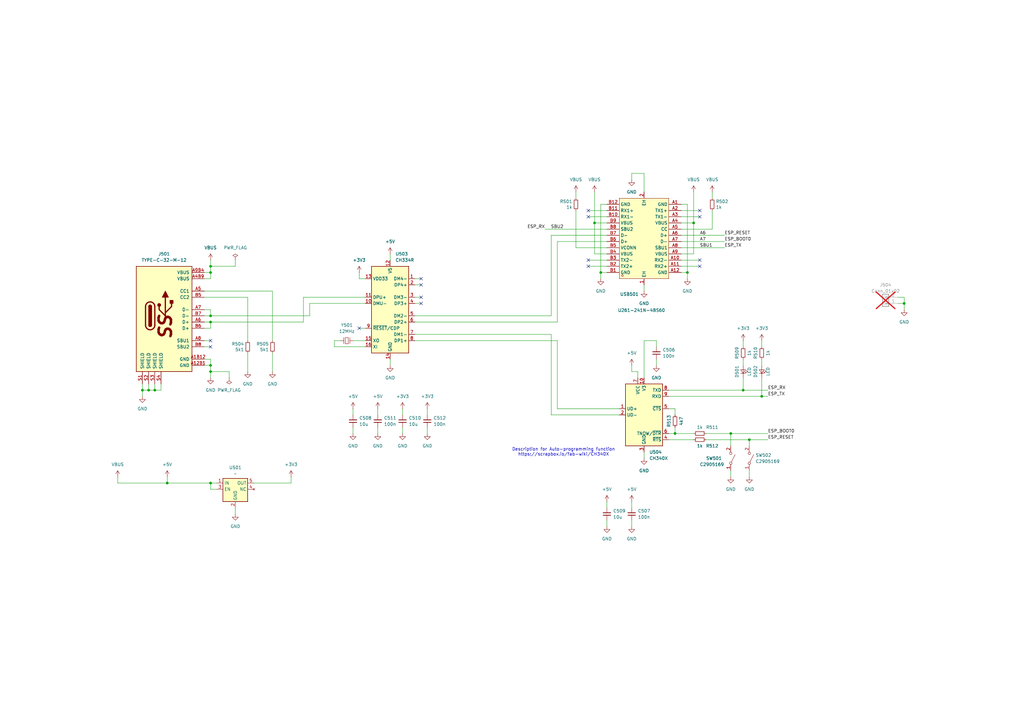
<source format=kicad_sch>
(kicad_sch (version 20250114) (generator "eeschema") (generator_version "9.0")
  (paper "A3")
  (lib_symbols
    (symbol "Connector_Generic:Conn_01x02" (pin_names (offset 1.016) (hide yes))
      (property "Reference" "J" (at 0 2.54 0))
      (property "Value" "Conn_01x02" (at 0 -5.08 0))
      (symbol "Conn_01x02_1_1"
        (rectangle (start -1.27 1.27) (end 1.27 -3.81) (stroke (width 0.254)) (fill (type background)))
        (rectangle (start -1.27 0.127) (end 0 -0.127) (stroke (width 0.1524)))
        (rectangle (start -1.27 -2.413) (end 0 -2.667) (stroke (width 0.1524)))
        (pin passive line (at -5.08 0 0) (length 3.81) (name "Pin_1") (number "1"))
        (pin passive line (at -5.08 -2.54 0) (length 3.81) (name "Pin_2") (number "2"))
      )
    )
    (symbol "Interface_USB:CH334R"
      (property "Reference" "U" (at -7.62 20.32 0))
      (property "Value" "CH334R" (at 2.54 20.32 0))
      (symbol "CH334R_0_1"
        (rectangle (start -7.62 17.78) (end 7.62 -17.78) (stroke (width 0.254)) (fill (type background)))
      )
      (symbol "CH334R_1_1"
        (pin passive line (at -10.16 12.7 0) (length 2.54) (name "VDD33") (number "13"))
        (pin bidirectional line (at -10.16 5.08 0) (length 2.54) (name "DPU+") (number "11"))
        (pin bidirectional line (at -10.16 2.54 0) (length 2.54) (name "DMU-") (number "10"))
        (pin input line (at -10.16 -7.62 0) (length 2.54) (name "~{RESET}/CDP") (number "9"))
        (pin passive line (at -10.16 -12.7 0) (length 2.54) (name "XO") (number "15"))
        (pin passive line (at -10.16 -15.24 0) (length 2.54) (name "XI") (number "16"))
        (pin power_in line (at 0 20.32 270) (length 2.54) (name "V5") (number "12"))
        (pin power_in line (at 0 -20.32 90) (length 2.54) (name "GND") (number "14"))
        (pin bidirectional line (at 10.16 12.7 180) (length 2.54) (name "DM4-") (number "1"))
        (pin bidirectional line (at 10.16 10.16 180) (length 2.54) (name "DP4+") (number "2"))
        (pin bidirectional line (at 10.16 5.08 180) (length 2.54) (name "DM3-") (number "3"))
        (pin bidirectional line (at 10.16 2.54 180) (length 2.54) (name "DP3+") (number "4"))
        (pin bidirectional line (at 10.16 -2.54 180) (length 2.54) (name "DM2-") (number "5"))
        (pin bidirectional line (at 10.16 -5.08 180) (length 2.54) (name "DP2+") (number "6"))
        (pin bidirectional line (at 10.16 -10.16 180) (length 2.54) (name "DM1-") (number "7"))
        (pin bidirectional line (at 10.16 -12.7 180) (length 2.54) (name "DP1+") (number "8"))
      )
    )
    (symbol "Interface_USB:CH340X"
      (property "Reference" "U" (at -5.08 13.97 0))
      (property "Value" "CH340X" (at 1.27 13.97 0))
      (symbol "CH340X_0_1"
        (rectangle (start -7.62 12.7) (end 7.62 -12.7) (stroke (width 0.254)) (fill (type background)))
      )
      (symbol "CH340X_1_1"
        (pin bidirectional line (at -10.16 2.54 0) (length 2.54) (name "UD+") (number "1"))
        (pin bidirectional line (at -10.16 0 0) (length 2.54) (name "UD-") (number "2"))
        (pin power_in line (at -2.54 15.24 270) (length 2.54) (name "VCC") (number "7"))
        (pin power_out line (at 0 15.24 270) (length 2.54) (name "V3") (number "10"))
        (pin power_in line (at 0 -15.24 90) (length 2.54) (name "GND") (number "3"))
        (pin output line (at 10.16 10.16 180) (length 2.54) (name "TXD") (number "8"))
        (pin input line (at 10.16 7.62 180) (length 2.54) (name "RXD") (number "9"))
        (pin input line (at 10.16 2.54 180) (length 2.54) (name "~{CTS}") (number "5"))
        (pin output line (at 10.16 -7.62 180) (length 2.54) (name "TNOW/~{DTR}") (number "6"))
        (pin output line (at 10.16 -10.16 180) (length 2.54) (name "~{RTS}") (number "4"))
      )
    )
    (symbol "RES_1" (pin_numbers (hide yes)) (pin_names (offset 0.254) (hide yes))
      (property "Reference" "R" (at 0.762 0.508 0))
      (property "Value" "RES" (at 0.762 -1.016 0))
      (symbol "RES_1_1_1"
        (rectangle (start -0.762 1.778) (end 0.762 -1.778) (stroke (width 0.2032)))
        (pin passive line (at 0 2.54 270) (length 0.762) (name "~") (number "1"))
        (pin passive line (at 0 -2.54 90) (length 0.762) (name "~") (number "2"))
      )
    )
    (symbol "Switch:SW_SPST" (pin_names (offset 0) (hide yes))
      (property "Reference" "SW" (at 0 3.175 0))
      (property "Value" "SW_SPST" (at 0 -2.54 0))
      (symbol "SW_SPST_0_0"
        (circle (center -2.032 0) (radius 0.508))
        (polyline (pts (xy -1.524 0.254) (xy 1.524 1.778)))
        (circle (center 2.032 0) (radius 0.508))
      )
      (symbol "SW_SPST_1_1"
        (pin passive line (at -5.08 0 0) (length 2.54) (name "A") (number "1"))
        (pin passive line (at 5.08 0 180) (length 2.54) (name "B") (number "2"))
      )
    )
    (symbol "power:+3V3" (power) (pin_numbers (hide yes)) (pin_names (offset 0) (hide yes))
      (property "Value" "+3V3" (at 0 3.556 0))
      (symbol "+3V3_0_1"
        (polyline (pts (xy -0.762 1.27) (xy 0 2.54)))
        (polyline (pts (xy 0 2.54) (xy 0.762 1.27)))
        (polyline (pts (xy 0 0) (xy 0 2.54)))
      )
      (symbol "+3V3_1_1"
        (pin power_in line (at 0 0 90) (length 0) (name "~") (number "1"))
      )
    )
    (symbol "power:+5V" (power) (pin_numbers (hide yes)) (pin_names (offset 0) (hide yes))
      (property "Value" "+5V" (at 0 3.556 0))
      (symbol "+5V_0_1"
        (polyline (pts (xy -0.762 1.27) (xy 0 2.54)))
        (polyline (pts (xy 0 2.54) (xy 0.762 1.27)))
        (polyline (pts (xy 0 0) (xy 0 2.54)))
      )
      (symbol "+5V_1_1"
        (pin power_in line (at 0 0 90) (length 0) (name "~") (number "1"))
      )
    )
    (symbol "power:GND" (power) (pin_names (offset 0))
      (property "Value" "GND" (at 0 -3.81 0))
      (symbol "GND_0_1"
        (polyline (pts (xy 0 0) (xy 0 -1.27) (xy 1.27 -1.27) (xy 0 -2.54) (xy -1.27 -1.27) (xy 0 -1.27)))
      )
      (symbol "GND_1_1"
        (pin power_in line (at 0 0 270) (length 0) (hide yes) (name "GND") (number "1"))
      )
    )
    (symbol "power:PWR_FLAG" (power) (pin_numbers (hide yes)) (pin_names (offset 0) (hide yes))
      (property "Value" "PWR_FLAG" (at 0 3.81 0))
      (symbol "PWR_FLAG_0_0"
        (pin power_out line (at 0 0 90) (length 0) (name "pwr") (number "1"))
      )
      (symbol "PWR_FLAG_0_1"
        (polyline (pts (xy 0 0) (xy 0 1.27) (xy -1.016 1.905) (xy 0 2.54) (xy 1.016 1.905) (xy 0 1.27)))
      )
    )
    (symbol "power:VBUS" (power) (pin_names (offset 0))
      (property "Value" "VBUS" (at 0 3.81 0))
      (symbol "VBUS_0_1"
        (polyline (pts (xy -0.762 1.27) (xy 0 2.54)))
        (polyline (pts (xy 0 2.54) (xy 0.762 1.27)))
        (polyline (pts (xy 0 0) (xy 0 2.54)))
      )
      (symbol "VBUS_1_1"
        (pin power_in line (at 0 0 90) (length 0) (hide yes) (name "VBUS") (number "1"))
      )
    )
    (symbol "suku_basics:CAP" (pin_numbers (hide yes)) (pin_names (offset 0.254) (hide yes))
      (property "Reference" "C" (at 0.254 1.778 0))
      (property "Value" "CAP" (at 0.254 -2.032 0))
      (symbol "CAP_0_1"
        (polyline (pts (xy -1.524 0.508) (xy 1.524 0.508)) (stroke (width 0.3048)))
        (polyline (pts (xy -1.524 -0.508) (xy 1.524 -0.508)) (stroke (width 0.3302)))
      )
      (symbol "CAP_1_1"
        (pin passive line (at 0 2.54 270) (length 2.032) (name "~") (number "1"))
        (pin passive line (at 0 -2.54 90) (length 2.032) (name "~") (number "2"))
      )
    )
    (symbol "suku_basics:LED" (pin_numbers (hide yes)) (pin_names (offset 0.254) (hide yes))
      (property "Reference" "D" (at -1.27 3.175 0))
      (property "Value" "LED" (at -4.445 -2.54 0))
      (symbol "LED_0_1"
        (polyline (pts (xy -0.762 -1.016) (xy -0.762 1.016)))
        (polyline (pts (xy 0 0.762) (xy -0.508 1.27) (xy -0.254 1.27) (xy -0.508 1.27) (xy -0.508 1.016)))
        (polyline (pts (xy 0.508 1.27) (xy 0 1.778) (xy 0.254 1.778) (xy 0 1.778) (xy 0 1.524)))
        (polyline (pts (xy 0.762 -1.016) (xy -0.762 0) (xy 0.762 1.016) (xy 0.762 -1.016)))
        (polyline (pts (xy 1.016 0) (xy -0.762 0)))
      )
      (symbol "LED_1_1"
        (pin passive line (at -2.54 0 0) (length 1.778) (name "K") (number "1"))
        (pin passive line (at 2.54 0 180) (length 1.778) (name "A") (number "2"))
      )
    )
    (symbol "suku_basics:RES" (pin_numbers (hide yes)) (pin_names (offset 0.254) (hide yes))
      (property "Reference" "R" (at 0.762 0.508 0))
      (symbol "RES_1_1"
        (rectangle (start -0.762 1.778) (end 0.762 -1.778) (stroke (width 0.2032)))
        (pin passive line (at 0 2.54 270) (length 0.762) (name "~") (number "1"))
        (pin passive line (at 0 -2.54 90) (length 0.762) (name "~") (number "2"))
      )
    )
    (symbol "suku_basics:U261-241N-4BS60"
      (property "Reference" "USB" (at 0 24.13 0))
      (property "Value" "U261-241N-4BS60" (at -1.27 -25.4 0))
      (symbol "U261-241N-4BS60_0_1"
        (rectangle (start -10.16 15.24) (end 10.16 -17.78) (fill (type background)))
        (circle (center 8.89 13.97) (radius 0.38))
        (pin unspecified line (at -15.24 12.7 0) (length 5.08) (name "GND") (number "A12"))
        (pin unspecified line (at -15.24 5.08 0) (length 5.08) (name "VBUS") (number "A9"))
        (pin unspecified line (at -15.24 2.54 0) (length 5.08) (name "SBU1") (number "A8"))
        (pin unspecified line (at -15.24 0 0) (length 5.08) (name "D-") (number "A7"))
        (pin unspecified line (at -15.24 -2.54 0) (length 5.08) (name "D+") (number "A6"))
        (pin unspecified line (at -15.24 -5.08 0) (length 5.08) (name "CC") (number "A5"))
        (pin unspecified line (at -15.24 -7.62 0) (length 5.08) (name "VBUS") (number "A4"))
        (pin unspecified line (at -15.24 -15.24 0) (length 5.08) (name "GND") (number "A1"))
        (pin unspecified line (at 0 17.78 270) (length 2.54) (name "EH") (number "1"))
        (pin unspecified line (at 0 -20.32 90) (length 2.54) (name "EH") (number "2"))
        (pin unspecified line (at 15.24 12.7 180) (length 5.08) (name "GND") (number "B1"))
        (pin unspecified line (at 15.24 5.08 180) (length 5.08) (name "VBUS") (number "B4"))
        (pin unspecified line (at 15.24 2.54 180) (length 5.08) (name "VCONN") (number "B5"))
        (pin unspecified line (at 15.24 0 180) (length 5.08) (name "D+") (number "B6"))
        (pin unspecified line (at 15.24 -2.54 180) (length 5.08) (name "D-") (number "B7"))
        (pin unspecified line (at 15.24 -5.08 180) (length 5.08) (name "SBU2") (number "B8"))
        (pin unspecified line (at 15.24 -7.62 180) (length 5.08) (name "VBUS") (number "B9"))
        (pin unspecified line (at 15.24 -15.24 180) (length 5.08) (name "GND") (number "B12"))
      )
      (symbol "U261-241N-4BS60_1_1"
        (pin unspecified line (at -15.24 10.16 0) (length 5.08) (name "RX2+") (number "A11"))
        (pin unspecified line (at -15.24 7.62 0) (length 5.08) (name "RX2-") (number "A10"))
        (pin unspecified line (at -15.24 -10.16 0) (length 5.08) (name "TX1-") (number "A3"))
        (pin unspecified line (at -15.24 -12.7 0) (length 5.08) (name "TX1+") (number "A2"))
        (pin unspecified line (at 15.24 10.16 180) (length 5.08) (name "TX2+") (number "B2"))
        (pin unspecified line (at 15.24 7.62 180) (length 5.08) (name "TX2-") (number "B3"))
        (pin unspecified line (at 15.24 -10.16 180) (length 5.08) (name "RX1-") (number "B10"))
        (pin unspecified line (at 15.24 -12.7 180) (length 5.08) (name "RX1+") (number "B11"))
      )
    )
    (symbol "suku_basics:USB_C_TYPE-C-32-M-12" (pin_names (offset 1.016))
      (property "Reference" "J" (at -10.16 44.45 0))
      (property "Value" "TYPE-C-32-M-12" (at 10.16 44.45 0))
      (symbol "USB_C_TYPE-C-32-M-12_0_0"
        (text "SS" (at -0.762 -4.445 900) (effects (font (size 5.08 5.08) (bold yes) (italic yes))))
      )
      (symbol "USB_C_TYPE-C-32-M-12_0_1"
        (rectangle (start -12.7 20.32) (end 10.16 -22.86) (stroke (width 0.254)) (fill (type background)))
        (polyline (pts (xy -8.89 -3.81) (xy -8.89 3.81)) (stroke (width 0.508)))
        (rectangle (start -7.62 -3.81) (end -6.35 3.81) (stroke (width 0.254)) (fill (type outline)))
        (arc (start -7.62 3.81) (mid -6.985 4.4423) (end -6.35 3.81) (stroke (width 0.254)))
        (arc (start -7.62 3.81) (mid -6.985 4.4423) (end -6.35 3.81) (stroke (width 0.254)) (fill (type outline)))
        (arc (start -8.89 3.81) (mid -6.985 5.7067) (end -5.08 3.81) (stroke (width 0.508)))
        (arc (start -5.08 -3.81) (mid -6.985 -5.7067) (end -8.89 -3.81) (stroke (width 0.508)))
        (arc (start -6.35 -3.81) (mid -6.985 -4.4423) (end -7.62 -3.81) (stroke (width 0.254)))
        (arc (start -6.35 -3.81) (mid -6.985 -4.4423) (end -7.62 -3.81) (stroke (width 0.254)) (fill (type outline)))
        (polyline (pts (xy -5.08 3.81) (xy -5.08 -3.81)) (stroke (width 0.508)))
        (circle (center -3.302 4.445) (radius 0.635) (stroke (width 0.254)) (fill (type outline)))
        (polyline (pts (xy -2.032 7.62) (xy -0.762 10.16) (xy 0.508 7.62) (xy -2.032 7.62)) (stroke (width 0.254)) (fill (type outline)))
        (polyline (pts (xy -0.762 1.27) (xy 1.778 3.81) (xy 1.778 5.08)) (stroke (width 0.508)))
        (polyline (pts (xy -0.762 0) (xy -3.302 2.54) (xy -3.302 3.81)) (stroke (width 0.508)))
        (polyline (pts (xy -0.762 -1.27) (xy -0.762 7.62)) (stroke (width 0.508)))
        (rectangle (start 1.143 5.08) (end 2.413 6.35) (stroke (width 0.254)) (fill (type outline)))
      )
      (symbol "USB_C_TYPE-C-32-M-12_1_1"
        (pin passive line (at -10.16 -27.94 90) (length 5.08) (name "SHIELD") (number "S1"))
        (pin passive line (at -7.62 -27.94 90) (length 5.08) (name "SHIELD") (number "S2"))
        (pin passive line (at -5.08 -27.94 90) (length 5.08) (name "SHIELD") (number "S3"))
        (pin passive line (at -2.54 -27.94 90) (length 5.08) (name "SHIELD") (number "S4"))
        (pin power_in line (at 15.24 17.78 180) (length 5.08) (name "VBUS") (number "A9B4"))
        (pin power_in line (at 15.24 15.24 180) (length 5.08) (name "VBUS") (number "A4B9"))
        (pin bidirectional line (at 15.24 10.16 180) (length 5.08) (name "CC1") (number "A5"))
        (pin bidirectional line (at 15.24 7.62 180) (length 5.08) (name "CC2") (number "B5"))
        (pin bidirectional line (at 15.24 2.54 180) (length 5.08) (name "D-") (number "A7"))
        (pin bidirectional line (at 15.24 0 180) (length 5.08) (name "D-") (number "B7"))
        (pin bidirectional line (at 15.24 -2.54 180) (length 5.08) (name "D+") (number "A6"))
        (pin bidirectional line (at 15.24 -5.08 180) (length 5.08) (name "D+") (number "B6"))
        (pin bidirectional line (at 15.24 -10.16 180) (length 5.08) (name "SBU1") (number "A8"))
        (pin bidirectional line (at 15.24 -12.7 180) (length 5.08) (name "SBU2") (number "B8"))
        (pin power_in line (at 15.24 -17.78 180) (length 5.08) (name "GND") (number "A1B12"))
        (pin power_in line (at 15.24 -20.32 180) (length 5.08) (name "GND") (number "A12B1"))
      )
    )
    (symbol "suku_basics:U_REGULATOR_SOT23-5"
      (property "Reference" "U" (at -3.81 5.715 0))
      (symbol "U_REGULATOR_SOT23-5_0_1"
        (rectangle (start -5.08 4.445) (end 5.08 -5.08) (stroke (width 0.254)) (fill (type background)))
      )
      (symbol "U_REGULATOR_SOT23-5_1_1"
        (pin power_in line (at -7.62 2.54 0) (length 2.54) (name "IN") (number "1"))
        (pin input line (at -7.62 0 0) (length 2.54) (name "EN") (number "3"))
        (pin power_in line (at 0 -7.62 90) (length 2.54) (name "GND") (number "2"))
        (pin power_out line (at 7.62 2.54 180) (length 2.54) (name "OUT") (number "5"))
        (pin no_connect line (at 7.62 0 180) (length 2.54) (name "NC") (number "4"))
      )
    )
    (symbol "suku_basics:XTAL" (pin_numbers (hide yes)) (pin_names (offset 1.016) (hide yes))
      (property "Reference" "Y" (at 0 3.81 0))
      (property "Value" "XTAL" (at 0 -3.81 0))
      (symbol "XTAL_0_1"
        (polyline (pts (xy -1.27 -1.27) (xy -1.27 1.27)))
        (rectangle (start -0.635 1.27) (end 0.635 -1.27))
        (polyline (pts (xy 1.27 -1.27) (xy 1.27 1.27)))
      )
      (symbol "XTAL_1_1"
        (pin passive line (at -2.54 0 0) (length 1.27) (name "1") (number "1"))
        (pin passive line (at 2.54 0 180) (length 1.27) (name "2") (number "2"))
      )
    )
  )
  (text "Description for Auto-programming function\nhttps://scrapbox.io/fab-wiki/CH340X" (at 231.14 185.42 0) (effects (font (size 1.27 1.27))))
  (junction (at 281.94 111.76))
  (junction (at 68.58 198.12))
  (junction (at 299.72 177.8))
  (junction (at 246.38 111.76))
  (junction (at 86.36 132.08))
  (junction (at 63.5 160.02))
  (junction (at 284.48 91.44))
  (junction (at 86.36 149.86))
  (junction (at 86.36 129.54))
  (junction (at 86.36 198.12))
  (junction (at 276.86 177.8))
  (junction (at 86.36 152.4))
  (junction (at 60.96 160.02))
  (junction (at 370.84 124.46))
  (junction (at 243.84 91.44))
  (junction (at 86.36 109.22))
  (junction (at 307.34 180.34))
  (junction (at 86.36 111.76))
  (junction (at 312.42 162.56))
  (junction (at 304.8 160.02))
  (junction (at 58.42 160.02))
  (no_connect (at 241.3 86.36))
  (no_connect (at 241.3 109.22))
  (no_connect (at 86.36 139.7))
  (no_connect (at 287.02 109.22))
  (no_connect (at 172.72 124.46))
  (no_connect (at 172.72 114.3))
  (no_connect (at 287.02 88.9))
  (no_connect (at 86.36 142.24))
  (no_connect (at 287.02 106.68))
  (no_connect (at 172.72 116.84))
  (no_connect (at 172.72 121.92))
  (no_connect (at 241.3 88.9))
  (no_connect (at 147.32 134.62))
  (no_connect (at 287.02 86.36))
  (no_connect (at 241.3 106.68))
  (wire (pts (xy 170.18 129.54) (xy 226.06 129.54)))
  (wire (pts (xy 246.38 111.76) (xy 246.38 83.82)))
  (wire (pts (xy 170.18 114.3) (xy 172.72 114.3)))
  (wire (pts (xy 226.06 96.52) (xy 226.06 129.54)))
  (wire (pts (xy 304.8 154.94) (xy 304.8 160.02)))
  (wire (pts (xy 58.42 157.48) (xy 58.42 160.02)))
  (wire (pts (xy 63.5 157.48) (xy 63.5 160.02)))
  (wire (pts (xy 259.08 205.74) (xy 259.08 208.28)))
  (wire (pts (xy 269.24 139.7) (xy 269.24 142.24)))
  (wire (pts (xy 226.06 137.16) (xy 226.06 170.18)))
  (wire (pts (xy 86.36 109.22) (xy 86.36 106.68)))
  (wire (pts (xy 307.34 193.04) (xy 307.34 195.58)))
  (wire (pts (xy 144.78 175.26) (xy 144.78 177.8)))
  (wire (pts (xy 292.1 93.98) (xy 279.4 93.98)))
  (wire (pts (xy 111.76 144.78) (xy 111.76 152.4)))
  (wire (pts (xy 170.18 132.08) (xy 228.6 132.08)))
  (wire (pts (xy 276.86 175.26) (xy 276.86 177.8)))
  (wire (pts (xy 284.48 78.74) (xy 284.48 91.44)))
  (wire (pts (xy 284.48 104.14) (xy 284.48 91.44)))
  (wire (pts (xy 68.58 198.12) (xy 86.36 198.12)))
  (wire (pts (xy 83.82 139.7) (xy 86.36 139.7)))
  (wire (pts (xy 279.4 101.6) (xy 297.18 101.6)))
  (wire (pts (xy 243.84 78.74) (xy 243.84 91.44)))
  (wire (pts (xy 170.18 124.46) (xy 172.72 124.46)))
  (wire (pts (xy 86.36 129.54) (xy 127 129.54)))
  (wire (pts (xy 269.24 147.32) (xy 269.24 149.86)))
  (wire (pts (xy 86.36 152.4) (xy 86.36 154.94)))
  (wire (pts (xy 292.1 86.36) (xy 292.1 93.98)))
  (wire (pts (xy 279.4 86.36) (xy 287.02 86.36)))
  (wire (pts (xy 246.38 111.76) (xy 248.92 111.76)))
  (wire (pts (xy 248.92 99.06) (xy 228.6 99.06)))
  (wire (pts (xy 299.72 177.8) (xy 299.72 182.88)))
  (wire (pts (xy 228.6 167.64) (xy 228.6 139.7)))
  (wire (pts (xy 58.42 160.02) (xy 60.96 160.02)))
  (wire (pts (xy 137.16 139.7) (xy 139.7 139.7)))
  (wire (pts (xy 93.98 154.94) (xy 93.98 152.4)))
  (wire (pts (xy 264.16 185.42) (xy 264.16 187.96)))
  (wire (pts (xy 124.46 121.92) (xy 149.86 121.92)))
  (wire (pts (xy 246.38 114.3) (xy 246.38 111.76)))
  (wire (pts (xy 289.56 180.34) (xy 307.34 180.34)))
  (wire (pts (xy 368.3 124.46) (xy 370.84 124.46)))
  (wire (pts (xy 96.52 106.68) (xy 96.52 109.22)))
  (wire (pts (xy 226.06 96.52) (xy 248.92 96.52)))
  (wire (pts (xy 154.94 175.26) (xy 154.94 177.8)))
  (wire (pts (xy 264.16 139.7) (xy 264.16 154.94)))
  (wire (pts (xy 307.34 180.34) (xy 314.96 180.34)))
  (wire (pts (xy 83.82 119.38) (xy 111.76 119.38)))
  (wire (pts (xy 48.26 195.58) (xy 48.26 198.12)))
  (wire (pts (xy 86.36 147.32) (xy 86.36 149.86)))
  (wire (pts (xy 312.42 162.56) (xy 314.96 162.56)))
  (wire (pts (xy 246.38 83.82) (xy 248.92 83.82)))
  (wire (pts (xy 170.18 116.84) (xy 172.72 116.84)))
  (wire (pts (xy 276.86 170.18) (xy 276.86 167.64)))
  (wire (pts (xy 83.82 129.54) (xy 86.36 129.54)))
  (wire (pts (xy 284.48 91.44) (xy 279.4 91.44)))
  (wire (pts (xy 160.02 104.14) (xy 160.02 106.68)))
  (wire (pts (xy 304.8 147.32) (xy 304.8 149.86)))
  (wire (pts (xy 86.36 198.12) (xy 88.9 198.12)))
  (wire (pts (xy 86.36 111.76) (xy 86.36 109.22)))
  (wire (pts (xy 83.82 134.62) (xy 86.36 134.62)))
  (wire (pts (xy 241.3 109.22) (xy 248.92 109.22)))
  (wire (pts (xy 165.1 167.64) (xy 165.1 170.18)))
  (wire (pts (xy 274.32 162.56) (xy 312.42 162.56)))
  (wire (pts (xy 259.08 71.12) (xy 264.16 71.12)))
  (wire (pts (xy 83.82 149.86) (xy 86.36 149.86)))
  (wire (pts (xy 147.32 134.62) (xy 149.86 134.62)))
  (wire (pts (xy 83.82 127) (xy 86.36 127)))
  (wire (pts (xy 370.84 124.46) (xy 370.84 121.92)))
  (wire (pts (xy 119.38 195.58) (xy 119.38 198.12)))
  (wire (pts (xy 259.08 152.4) (xy 261.62 152.4)))
  (wire (pts (xy 101.6 139.7) (xy 101.6 121.92)))
  (wire (pts (xy 147.32 111.76) (xy 147.32 114.3)))
  (wire (pts (xy 287.02 106.68) (xy 279.4 106.68)))
  (wire (pts (xy 86.36 134.62) (xy 86.36 132.08)))
  (wire (pts (xy 60.96 160.02) (xy 63.5 160.02)))
  (wire (pts (xy 101.6 144.78) (xy 101.6 152.4)))
  (wire (pts (xy 93.98 152.4) (xy 86.36 152.4)))
  (wire (pts (xy 259.08 213.36) (xy 259.08 215.9)))
  (wire (pts (xy 241.3 86.36) (xy 248.92 86.36)))
  (wire (pts (xy 124.46 132.08) (xy 124.46 121.92)))
  (wire (pts (xy 86.36 132.08) (xy 124.46 132.08)))
  (wire (pts (xy 259.08 149.86) (xy 259.08 152.4)))
  (wire (pts (xy 101.6 121.92) (xy 83.82 121.92)))
  (wire (pts (xy 83.82 114.3) (xy 86.36 114.3)))
  (wire (pts (xy 149.86 142.24) (xy 137.16 142.24)))
  (wire (pts (xy 88.9 200.66) (xy 86.36 200.66)))
  (wire (pts (xy 307.34 180.34) (xy 307.34 182.88)))
  (wire (pts (xy 274.32 160.02) (xy 304.8 160.02)))
  (wire (pts (xy 287.02 109.22) (xy 279.4 109.22)))
  (wire (pts (xy 254 167.64) (xy 228.6 167.64)))
  (wire (pts (xy 274.32 180.34) (xy 284.48 180.34)))
  (wire (pts (xy 165.1 175.26) (xy 165.1 177.8)))
  (wire (pts (xy 228.6 99.06) (xy 228.6 132.08)))
  (wire (pts (xy 63.5 160.02) (xy 66.04 160.02)))
  (wire (pts (xy 48.26 198.12) (xy 68.58 198.12)))
  (wire (pts (xy 279.4 96.52) (xy 297.18 96.52)))
  (wire (pts (xy 264.16 139.7) (xy 269.24 139.7)))
  (wire (pts (xy 60.96 157.48) (xy 60.96 160.02)))
  (wire (pts (xy 144.78 139.7) (xy 149.86 139.7)))
  (wire (pts (xy 370.84 127) (xy 370.84 124.46)))
  (wire (pts (xy 281.94 111.76) (xy 281.94 83.82)))
  (wire (pts (xy 289.56 177.8) (xy 299.72 177.8)))
  (wire (pts (xy 144.78 167.64) (xy 144.78 170.18)))
  (wire (pts (xy 170.18 121.92) (xy 172.72 121.92)))
  (wire (pts (xy 154.94 167.64) (xy 154.94 170.18)))
  (wire (pts (xy 83.82 142.24) (xy 86.36 142.24)))
  (wire (pts (xy 259.08 73.66) (xy 259.08 71.12)))
  (wire (pts (xy 281.94 111.76) (xy 279.4 111.76)))
  (wire (pts (xy 175.26 175.26) (xy 175.26 177.8)))
  (wire (pts (xy 175.26 167.64) (xy 175.26 170.18)))
  (wire (pts (xy 248.92 205.74) (xy 248.92 208.28)))
  (wire (pts (xy 111.76 119.38) (xy 111.76 139.7)))
  (wire (pts (xy 264.16 71.12) (xy 264.16 78.74)))
  (wire (pts (xy 83.82 147.32) (xy 86.36 147.32)))
  (wire (pts (xy 86.36 114.3) (xy 86.36 111.76)))
  (wire (pts (xy 279.4 88.9) (xy 287.02 88.9)))
  (wire (pts (xy 58.42 160.02) (xy 58.42 162.56)))
  (wire (pts (xy 312.42 139.7) (xy 312.42 142.24)))
  (wire (pts (xy 274.32 177.8) (xy 276.86 177.8)))
  (wire (pts (xy 241.3 106.68) (xy 248.92 106.68)))
  (wire (pts (xy 223.52 93.98) (xy 248.92 93.98)))
  (wire (pts (xy 299.72 195.58) (xy 299.72 193.04)))
  (wire (pts (xy 96.52 109.22) (xy 86.36 109.22)))
  (wire (pts (xy 276.86 167.64) (xy 274.32 167.64)))
  (wire (pts (xy 241.3 88.9) (xy 248.92 88.9)))
  (wire (pts (xy 236.22 101.6) (xy 236.22 86.36)))
  (wire (pts (xy 86.36 149.86) (xy 86.36 152.4)))
  (wire (pts (xy 312.42 147.32) (xy 312.42 149.86)))
  (wire (pts (xy 86.36 200.66) (xy 86.36 198.12)))
  (wire (pts (xy 243.84 91.44) (xy 243.84 104.14)))
  (wire (pts (xy 170.18 137.16) (xy 226.06 137.16)))
  (wire (pts (xy 279.4 99.06) (xy 297.18 99.06)))
  (wire (pts (xy 66.04 160.02) (xy 66.04 157.48)))
  (wire (pts (xy 312.42 154.94) (xy 312.42 162.56)))
  (wire (pts (xy 299.72 177.8) (xy 314.96 177.8)))
  (wire (pts (xy 292.1 78.74) (xy 292.1 81.28)))
  (wire (pts (xy 248.92 213.36) (xy 248.92 215.9)))
  (wire (pts (xy 304.8 139.7) (xy 304.8 142.24)))
  (wire (pts (xy 83.82 111.76) (xy 86.36 111.76)))
  (wire (pts (xy 304.8 160.02) (xy 314.96 160.02)))
  (wire (pts (xy 248.92 101.6) (xy 236.22 101.6)))
  (wire (pts (xy 243.84 91.44) (xy 248.92 91.44)))
  (wire (pts (xy 127 124.46) (xy 149.86 124.46)))
  (wire (pts (xy 104.14 198.12) (xy 119.38 198.12)))
  (wire (pts (xy 261.62 152.4) (xy 261.62 154.94)))
  (wire (pts (xy 281.94 83.82) (xy 279.4 83.82)))
  (wire (pts (xy 281.94 114.3) (xy 281.94 111.76)))
  (wire (pts (xy 127 129.54) (xy 127 124.46)))
  (wire (pts (xy 226.06 170.18) (xy 254 170.18)))
  (wire (pts (xy 370.84 121.92) (xy 368.3 121.92)))
  (wire (pts (xy 160.02 147.32) (xy 160.02 149.86)))
  (wire (pts (xy 170.18 139.7) (xy 228.6 139.7)))
  (wire (pts (xy 264.16 116.84) (xy 264.16 119.38)))
  (wire (pts (xy 96.52 208.28) (xy 96.52 210.82)))
  (wire (pts (xy 68.58 195.58) (xy 68.58 198.12)))
  (wire (pts (xy 83.82 132.08) (xy 86.36 132.08)))
  (wire (pts (xy 137.16 142.24) (xy 137.16 139.7)))
  (wire (pts (xy 147.32 114.3) (xy 149.86 114.3)))
  (wire (pts (xy 279.4 104.14) (xy 284.48 104.14)))
  (wire (pts (xy 243.84 104.14) (xy 248.92 104.14)))
  (wire (pts (xy 86.36 127) (xy 86.36 129.54)))
  (wire (pts (xy 236.22 78.74) (xy 236.22 81.28)))
  (wire (pts (xy 276.86 177.8) (xy 284.48 177.8)))
  (label "A6" (at 287.02 96.52 0))
  (label "A7" (at 287.02 99.06 0))
  (label "ESP_RX" (at 223.52 93.98 180))
  (label "ESP_TX" (at 297.18 101.6 0))
  (label "SBU1" (at 287.02 101.6 0))
  (label "ESP_BOOT0" (at 297.18 99.06 0))
  (label "ESP_RESET" (at 314.96 180.34 0))
  (label "SBU2" (at 231.14 93.98 180))
  (label "ESP_TX" (at 314.96 162.56 0))
  (label "ESP_RESET" (at 297.18 96.52 0))
  (label "ESP_BOOT0" (at 314.96 177.8 0))
  (label "ESP_RX" (at 314.96 160.02 0))
  (symbol (lib_name "RES_1") (lib_id "suku_basics:RES") (at 276.86 172.72 0) (mirror y) (unit 1)
    (property "Reference" "R513" (at 274.32 172.72 90))
    (property "Value" "4k7" (at 279.4 172.72 90))
    (property "Footprint" "suku_basics:RES_0402" (effects (hide yes)))
    (property "Description" "Resistor, small symbol" (effects (hide yes)))
  )
  (symbol (lib_id "Interface_USB:CH340X") (at 264.16 170.18 0) (unit 1)
    (property "Reference" "U504" (at 266.3033 185.42 0) (effects (justify left)))
    (property "Value" "CH340X" (at 266.3033 187.96 0) (effects (justify left)))
    (property "Footprint" "Package_SO:MSOP-10_3x3mm_P0.5mm" (effects (hide yes)))
    (property "Datasheet" "https://cdn.sparkfun.com/assets/5/0/a/8/5/CH340DS1.PDF" (effects (hide yes)))
    (property "Description" "USB serial converter, 5V-tolerant IO, UART, MSOP-10" (effects (hide yes)))
  )
  (symbol (lib_name "RES_1") (lib_id "suku_basics:RES") (at 287.02 177.8 90) (mirror x) (unit 1)
    (property "Reference" "R511" (at 292.1 175.26 90))
    (property "Value" "1k" (at 287.02 175.26 90))
    (property "Footprint" "suku_basics:RES_0402" (effects (hide yes)))
    (property "Description" "Resistor, small symbol" (effects (hide yes)))
  )
  (symbol (lib_id "suku_basics:LED") (at 312.42 152.4 270) (mirror x) (unit 1)
    (property "Reference" "D502" (at 309.88 152.4 0))
    (property "Value" "LED" (at 314.96 152.4 0))
    (property "Footprint" "LED_SMD:LED_0402_1005Metric" (effects (hide yes)))
    (property "Description" "Light emitting diode, small symbol" (effects (hide yes)))
  )
  (symbol (lib_id "power:+5V") (at 160.02 104.14 0) (unit 1)
    (property "Reference" "#PWR0545" (effects (hide yes)))
    (property "Value" "+5V" (at 160.02 99.06 0))
    (property "Description" "Power symbol creates a global label with name \"+5V\"" (effects (hide yes)))
  )
  (symbol (lib_id "power:GND") (at 101.6 152.4 0) (unit 1)
    (property "Reference" "#PWR0517" (effects (hide yes)))
    (property "Value" "GND" (at 101.6 157.48 0))
    (property "Description" "Power symbol creates a global label with name \"GND\" , ground" (effects (hide yes)))
  )
  (symbol (lib_id "suku_basics:RES") (at 101.6 142.24 0) (mirror y) (unit 1)
    (property "Reference" "R504" (at 100.1014 141.0716 0) (effects (justify left)))
    (property "Value" "5k1" (at 100.1014 143.383 0) (effects (justify left)))
    (property "Footprint" "suku_basics:RES_0402" (effects (hide yes)))
  )
  (symbol (lib_id "suku_basics:CAP") (at 144.78 172.72 180) (unit 1)
    (property "Reference" "C508" (at 147.32 171.4435 0) (effects (justify right)))
    (property "Value" "10u" (at 147.32 173.9835 0) (effects (justify right)))
    (property "Footprint" "suku_basics:CAP_0402" (effects (hide yes)))
    (property "Description" "Unpolarized capacitor, small symbol" (effects (hide yes)))
  )
  (symbol (lib_id "power:+5V") (at 248.92 205.74 0) (unit 1)
    (property "Reference" "#PWR0538" (effects (hide yes)))
    (property "Value" "+5V" (at 248.92 200.66 0))
    (property "Description" "Power symbol creates a global label with name \"+5V\"" (effects (hide yes)))
  )
  (symbol (lib_id "power:GND") (at 259.08 73.66 0) (unit 1)
    (property "Reference" "#PWR0501" (effects (hide yes)))
    (property "Value" "GND" (at 259.08 78.74 0))
    (property "Description" "Power symbol creates a global label with name \"GND\" , ground" (effects (hide yes)))
  )
  (symbol (lib_id "power:VBUS") (at 243.84 78.74 0) (unit 1)
    (property "Reference" "#PWR0508" (effects (hide yes)))
    (property "Value" "VBUS" (at 243.84 73.66 0))
    (property "Description" "Power symbol creates a global label with name \"VBUS\"" (effects (hide yes)))
  )
  (symbol (lib_id "power:GND") (at 264.16 187.96 0) (mirror y) (unit 1)
    (property "Reference" "#PWR0548" (effects (hide yes)))
    (property "Value" "GND" (at 264.16 193.04 0))
  )
  (symbol (lib_id "suku_basics:CAP") (at 154.94 172.72 180) (unit 1)
    (property "Reference" "C511" (at 157.48 171.4435 0) (effects (justify right)))
    (property "Value" "100n" (at 157.48 173.9835 0) (effects (justify right)))
    (property "Footprint" "suku_basics:CAP_0402" (effects (hide yes)))
    (property "Description" "Unpolarized capacitor, small symbol" (effects (hide yes)))
  )
  (symbol (lib_id "power:GND") (at 154.94 177.8 0) (mirror y) (unit 1)
    (property "Reference" "#PWR0543" (effects (hide yes)))
    (property "Value" "GND" (at 154.94 182.88 0))
  )
  (symbol (lib_id "suku_basics:CAP") (at 269.24 144.78 180) (unit 1)
    (property "Reference" "C506" (at 271.78 143.5035 0) (effects (justify right)))
    (property "Value" "100n" (at 271.78 146.0435 0) (effects (justify right)))
    (property "Footprint" "suku_basics:CAP_0402" (effects (hide yes)))
    (property "Description" "Unpolarized capacitor, small symbol" (effects (hide yes)))
  )
  (symbol (lib_id "suku_basics:USB_C_TYPE-C-32-M-12") (at 68.58 129.54 0) (unit 1)
    (property "Reference" "J501" (at 67.31 104.14 0))
    (property "Value" "TYPE-C-32-M-12" (at 67.31 106.68 0))
    (property "Footprint" "suku_basics:USB_C_Korean_Hroparts_TYPE-C-31-M-12" (effects (hide yes)))
    (property "Description" "USB Type-C Receptacle connector" (effects (hide yes)))
  )
  (symbol (lib_id "power:PWR_FLAG") (at 96.52 106.68 0) (unit 1)
    (property "Reference" "#FLG0501" (effects (hide yes)))
    (property "Value" "PWR_FLAG" (at 96.52 101.6 0))
    (property "Description" "Special symbol for telling ERC where power comes from" (effects (hide yes)))
  )
  (symbol (lib_id "suku_basics:CAP") (at 175.26 172.72 180) (unit 1)
    (property "Reference" "C512" (at 177.8 171.4435 0) (effects (justify right)))
    (property "Value" "100n" (at 177.8 173.9835 0) (effects (justify right)))
    (property "Footprint" "suku_basics:CAP_0402" (effects (hide yes)))
    (property "Description" "Unpolarized capacitor, small symbol" (effects (hide yes)))
  )
  (symbol (lib_id "power:+5V") (at 68.58 195.58 0) (unit 1)
    (property "Reference" "#PWR0535" (effects (hide yes)))
    (property "Value" "+5V" (at 68.58 190.5 0))
    (property "Description" "Power symbol creates a global label with name \"+5V\"" (effects (hide yes)))
  )
  (symbol (lib_id "power:GND") (at 259.08 215.9 0) (mirror y) (unit 1)
    (property "Reference" "#PWR0536" (effects (hide yes)))
    (property "Value" "GND" (at 259.08 220.98 0))
  )
  (symbol (lib_id "power:VBUS") (at 86.36 106.68 0) (unit 1)
    (property "Reference" "#PWR0507" (effects (hide yes)))
    (property "Value" "VBUS" (at 86.36 101.6 0))
    (property "Description" "Power symbol creates a global label with name \"VBUS\"" (effects (hide yes)))
  )
  (symbol (lib_id "power:GND") (at 111.76 152.4 0) (unit 1)
    (property "Reference" "#PWR0516" (effects (hide yes)))
    (property "Value" "GND" (at 111.76 157.48 0))
    (property "Description" "Power symbol creates a global label with name \"GND\" , ground" (effects (hide yes)))
  )
  (symbol (lib_id "power:+3V3") (at 312.42 139.7 0) (unit 1)
    (property "Reference" "#PWR0533" (effects (hide yes)))
    (property "Value" "+3V3" (at 312.42 134.62 0))
    (property "Description" "Power symbol creates a global label with name \"+3V3\"" (effects (hide yes)))
  )
  (symbol (lib_id "power:GND") (at 248.92 215.9 0) (mirror y) (unit 1)
    (property "Reference" "#PWR0523" (effects (hide yes)))
    (property "Value" "GND" (at 248.92 220.98 0))
  )
  (symbol (lib_id "Interface_USB:CH334R") (at 160.02 127 0) (unit 1)
    (property "Reference" "U503" (at 162.1633 104.14 0) (effects (justify left)))
    (property "Value" "CH334R" (at 162.1633 106.68 0) (effects (justify left)))
    (property "Footprint" "Package_SO:QSOP-16_3.9x4.9mm_P0.635mm" (effects (hide yes)))
    (property "Datasheet" "https://www.wch-ic.com/downloads/file/327.html" (effects (hide yes)))
    (property "Description" "USB HUB controller, UART, QSOP-16" (effects (hide yes)))
  )
  (symbol (lib_id "power:GND") (at 269.24 149.86 0) (mirror y) (unit 1)
    (property "Reference" "#PWR0534" (effects (hide yes)))
    (property "Value" "GND" (at 269.24 154.94 0))
  )
  (symbol (lib_id "power:GND") (at 264.16 119.38 0) (unit 1)
    (property "Reference" "#PWR0502" (effects (hide yes)))
    (property "Value" "GND" (at 264.16 124.46 0))
    (property "Description" "Power symbol creates a global label with name \"GND\" , ground" (effects (hide yes)))
  )
  (symbol (lib_id "power:GND") (at 246.38 114.3 0) (unit 1)
    (property "Reference" "#PWR0505" (effects (hide yes)))
    (property "Value" "GND" (at 246.38 119.38 0))
    (property "Description" "Power symbol creates a global label with name \"GND\" , ground" (effects (hide yes)))
  )
  (symbol (lib_id "power:GND") (at 58.42 162.56 0) (unit 1)
    (property "Reference" "#PWR0503" (effects (hide yes)))
    (property "Value" "GND" (at 58.42 167.64 0))
    (property "Description" "Power symbol creates a global label with name \"GND\" , ground" (effects (hide yes)))
  )
  (symbol (lib_id "power:GND") (at 144.78 177.8 0) (mirror y) (unit 1)
    (property "Reference" "#PWR0515" (effects (hide yes)))
    (property "Value" "GND" (at 144.78 182.88 0))
  )
  (symbol (lib_id "power:GND") (at 307.34 195.58 0) (mirror y) (unit 1)
    (property "Reference" "#PWR0532" (effects (hide yes)))
    (property "Value" "GND" (at 307.34 200.66 0))
  )
  (symbol (lib_id "power:VBUS") (at 236.22 78.74 0) (unit 1)
    (property "Reference" "#PWR0510" (effects (hide yes)))
    (property "Value" "VBUS" (at 236.22 73.66 0))
    (property "Description" "Power symbol creates a global label with name \"VBUS\"" (effects (hide yes)))
  )
  (symbol (lib_id "suku_basics:RES") (at 236.22 83.82 0) (mirror y) (unit 1)
    (property "Reference" "R501" (at 234.7214 82.6516 0) (effects (justify left)))
    (property "Value" "1k" (at 234.7214 84.963 0) (effects (justify left)))
    (property "Footprint" "suku_basics:RES_0402" (effects (hide yes)))
  )
  (symbol (lib_id "Connector_Generic:Conn_01x02") (at 363.22 124.46 180) (unit 1) (in_bom no) (dnp yes)
    (property "Reference" "J504" (at 363.22 116.84 0))
    (property "Value" "Conn_01x02" (at 363.22 119.38 0))
    (property "Footprint" "suku_basics:OscilloscopeGround" (effects (hide yes)))
  )
  (symbol (lib_id "power:GND") (at 96.52 210.82 0) (unit 1)
    (property "Reference" "#PWR0524" (effects (hide yes)))
    (property "Value" "GND" (at 96.52 215.9 0))
  )
  (symbol (lib_id "suku_basics:U261-241N-4BS60") (at 264.16 99.06 180) (unit 1)
    (property "Reference" "USB501" (at 261.9659 120.65 0) (effects (justify left)))
    (property "Value" "U261-241N-4BS60" (at 272.796 127.254 0) (effects (justify left)))
    (property "Footprint" "suku_basics:USB-TYPE-C-SMD_U261-241N-4BS60" (effects (hide yes)))
    (property "LCSC Part" "C319150" (effects (hide yes)))
  )
  (symbol (lib_id "power:GND") (at 165.1 177.8 0) (mirror y) (unit 1)
    (property "Reference" "#PWR0541" (effects (hide yes)))
    (property "Value" "GND" (at 165.1 182.88 0))
  )
  (symbol (lib_id "power:+3V3") (at 147.32 111.76 0) (unit 1)
    (property "Reference" "#PWR0544" (effects (hide yes)))
    (property "Value" "+3V3" (at 147.32 106.68 0))
    (property "Description" "Power symbol creates a global label with name \"+3V3\"" (effects (hide yes)))
  )
  (symbol (lib_id "suku_basics:CAP") (at 165.1 172.72 180) (unit 1)
    (property "Reference" "C510" (at 167.64 171.4435 0) (effects (justify right)))
    (property "Value" "10u" (at 167.64 173.9835 0) (effects (justify right)))
    (property "Footprint" "suku_basics:CAP_0402" (effects (hide yes)))
    (property "Description" "Unpolarized capacitor, small symbol" (effects (hide yes)))
  )
  (symbol (lib_id "power:+3V3") (at 119.38 195.58 0) (unit 1)
    (property "Reference" "#PWR0529" (effects (hide yes)))
    (property "Value" "+3V3" (at 119.38 190.5 0))
    (property "Description" "Power symbol creates a global label with name \"+3V3\"" (effects (hide yes)))
  )
  (symbol (lib_id "power:VBUS") (at 292.1 78.74 0) (unit 1)
    (property "Reference" "#PWR0512" (effects (hide yes)))
    (property "Value" "VBUS" (at 292.1 73.66 0))
    (property "Description" "Power symbol creates a global label with name \"VBUS\"" (effects (hide yes)))
  )
  (symbol (lib_id "power:+3V3") (at 165.1 167.64 0) (unit 1)
    (property "Reference" "#PWR0514" (effects (hide yes)))
    (property "Value" "+3V3" (at 165.1 162.56 0))
    (property "Description" "Power symbol creates a global label with name \"+3V3\"" (effects (hide yes)))
  )
  (symbol (lib_id "suku_basics:CAP") (at 259.08 210.82 180) (unit 1)
    (property "Reference" "C507" (at 261.62 209.5435 0) (effects (justify right)))
    (property "Value" "100n" (at 261.62 212.0835 0) (effects (justify right)))
    (property "Footprint" "suku_basics:CAP_0402" (effects (hide yes)))
    (property "Description" "Unpolarized capacitor, small symbol" (effects (hide yes)))
  )
  (symbol (lib_name "RES_1") (lib_id "suku_basics:RES") (at 304.8 144.78 0) (mirror y) (unit 1)
    (property "Reference" "R509" (at 302.26 144.78 90))
    (property "Value" "1k" (at 307.34 144.78 90))
    (property "Footprint" "suku_basics:RES_0402" (effects (hide yes)))
    (property "Description" "Resistor, small symbol" (effects (hide yes)))
  )
  (symbol (lib_id "power:+5V") (at 154.94 167.64 0) (unit 1)
    (property "Reference" "#PWR0542" (effects (hide yes)))
    (property "Value" "+5V" (at 154.94 162.56 0))
    (property "Description" "Power symbol creates a global label with name \"+5V\"" (effects (hide yes)))
  )
  (symbol (lib_id "power:GND") (at 370.84 127 0) (unit 1)
    (property "Reference" "#PWR0518" (effects (hide yes)))
    (property "Value" "GND" (at 370.84 132.08 0))
  )
  (symbol (lib_name "RES_1") (lib_id "suku_basics:RES") (at 312.42 144.78 0) (mirror y) (unit 1)
    (property "Reference" "R510" (at 309.88 144.78 90))
    (property "Value" "1k" (at 314.96 144.78 90))
    (property "Footprint" "suku_basics:RES_0402" (effects (hide yes)))
    (property "Description" "Resistor, small symbol" (effects (hide yes)))
  )
  (symbol (lib_id "power:+3V3") (at 304.8 139.7 0) (unit 1)
    (property "Reference" "#PWR0530" (effects (hide yes)))
    (property "Value" "+3V3" (at 304.8 134.62 0))
    (property "Description" "Power symbol creates a global label with name \"+3V3\"" (effects (hide yes)))
  )
  (symbol (lib_id "Switch:SW_SPST") (at 307.34 187.96 270) (mirror x) (unit 1)
    (property "Reference" "SW502" (at 309.88 186.6899 90) (effects (justify left)))
    (property "Value" "C2905169" (at 309.88 189.2299 90) (effects (justify left)))
    (property "Footprint" "Button_Switch_SMD:SW_SPST_CK_RS282G05A3" (effects (hide yes)))
  )
  (symbol (lib_id "power:VBUS") (at 48.26 195.58 0) (unit 1)
    (property "Reference" "#PWR0540" (effects (hide yes)))
    (property "Value" "VBUS" (at 48.26 190.5 0))
    (property "Description" "Power symbol creates a global label with name \"VBUS\"" (effects (hide yes)))
  )
  (symbol (lib_id "power:GND") (at 175.26 177.8 0) (mirror y) (unit 1)
    (property "Reference" "#PWR0547" (effects (hide yes)))
    (property "Value" "GND" (at 175.26 182.88 0))
  )
  (symbol (lib_id "power:+5V") (at 144.78 167.64 0) (unit 1)
    (property "Reference" "#PWR0513" (effects (hide yes)))
    (property "Value" "+5V" (at 144.78 162.56 0))
    (property "Description" "Power symbol creates a global label with name \"+5V\"" (effects (hide yes)))
  )
  (symbol (lib_id "power:+3V3") (at 175.26 167.64 0) (unit 1)
    (property "Reference" "#PWR0519" (effects (hide yes)))
    (property "Value" "+3V3" (at 175.26 162.56 0))
    (property "Description" "Power symbol creates a global label with name \"+3V3\"" (effects (hide yes)))
  )
  (symbol (lib_id "suku_basics:U_REGULATOR_SOT23-5") (at 96.52 200.66 0) (unit 1)
    (property "Reference" "U501" (at 96.52 191.77 0))
    (property "Value" "~" (at 96.52 194.31 0))
    (property "Footprint" "suku_basics:SOT-23-5" (effects (hide yes)))
    (property "Description" "300mA Low Dropout Voltage Regulator, Fixed Output 0.9V, SOT-23-5" (effects (hide yes)))
  )
  (symbol (lib_id "power:VBUS") (at 284.48 78.74 0) (unit 1)
    (property "Reference" "#PWR0509" (effects (hide yes)))
    (property "Value" "VBUS" (at 284.48 73.66 0))
    (property "Description" "Power symbol creates a global label with name \"VBUS\"" (effects (hide yes)))
  )
  (symbol (lib_id "power:+5V") (at 259.08 149.86 0) (mirror y) (unit 1)
    (property "Reference" "#PWR0521" (effects (hide yes)))
    (property "Value" "+5V" (at 259.08 144.78 0))
    (property "Description" "Power symbol creates a global label with name \"+5V\"" (effects (hide yes)))
  )
  (symbol (lib_id "power:PWR_FLAG") (at 93.98 154.94 180) (unit 1)
    (property "Reference" "#FLG0502" (effects (hide yes)))
    (property "Value" "PWR_FLAG" (at 93.98 160.02 0))
    (property "Description" "Special symbol for telling ERC where power comes from" (effects (hide yes)))
  )
  (symbol (lib_id "suku_basics:RES") (at 292.1 83.82 0) (unit 1)
    (property "Reference" "R502" (at 293.5986 82.6516 0) (effects (justify left)))
    (property "Value" "1k" (at 293.5986 84.963 0) (effects (justify left)))
    (property "Footprint" "suku_basics:RES_0402" (effects (hide yes)))
  )
  (symbol (lib_id "suku_basics:RES") (at 111.76 142.24 0) (mirror y) (unit 1)
    (property "Reference" "R505" (at 110.2614 141.0716 0) (effects (justify left)))
    (property "Value" "5k1" (at 110.2614 143.383 0) (effects (justify left)))
    (property "Footprint" "suku_basics:RES_0402" (effects (hide yes)))
  )
  (symbol (lib_id "power:GND") (at 299.72 195.58 0) (mirror y) (unit 1)
    (property "Reference" "#PWR0511" (effects (hide yes)))
    (property "Value" "GND" (at 299.72 200.66 0))
  )
  (symbol (lib_id "power:GND") (at 281.94 114.3 0) (unit 1)
    (property "Reference" "#PWR0506" (effects (hide yes)))
    (property "Value" "GND" (at 281.94 119.38 0))
    (property "Description" "Power symbol creates a global label with name \"GND\" , ground" (effects (hide yes)))
  )
  (symbol (lib_id "Switch:SW_SPST") (at 299.72 187.96 270) (mirror x) (unit 1)
    (property "Reference" "SW501" (at 289.56 187.96 90) (effects (justify left)))
    (property "Value" "C2905169" (at 287.02 190.5 90) (effects (justify left)))
    (property "Footprint" "Button_Switch_SMD:SW_SPST_CK_RS282G05A3" (effects (hide yes)))
  )
  (symbol (lib_id "power:GND") (at 86.36 154.94 0) (unit 1)
    (property "Reference" "#PWR0504" (effects (hide yes)))
    (property "Value" "GND" (at 86.36 160.02 0))
    (property "Description" "Power symbol creates a global label with name \"GND\" , ground" (effects (hide yes)))
  )
  (symbol (lib_name "RES_1") (lib_id "suku_basics:RES") (at 287.02 180.34 90) (mirror x) (unit 1)
    (property "Reference" "R512" (at 292.1 182.88 90))
    (property "Value" "1k" (at 287.02 182.88 90))
    (property "Footprint" "suku_basics:RES_0402" (effects (hide yes)))
    (property "Description" "Resistor, small symbol" (effects (hide yes)))
  )
  (symbol (lib_id "suku_basics:LED") (at 304.8 152.4 270) (mirror x) (unit 1)
    (property "Reference" "D501" (at 302.26 152.4 0))
    (property "Value" "LED" (at 307.34 152.4 0))
    (property "Footprint" "LED_SMD:LED_0402_1005Metric" (effects (hide yes)))
    (property "Description" "Light emitting diode, small symbol" (effects (hide yes)))
  )
  (symbol (lib_id "suku_basics:XTAL") (at 142.24 139.7 0) (unit 1)
    (property "Reference" "Y501" (at 142.24 133.35 0))
    (property "Value" "12MHz" (at 142.24 135.89 0))
    (property "Footprint" "suku_basics:Crystal_SMD_3215-2Pin_3.2x1.5mm" (effects (hide yes)))
    (property "Description" "Two pin crystal" (effects (hide yes)))
  )
  (symbol (lib_id "power:+5V") (at 259.08 205.74 0) (unit 1)
    (property "Reference" "#PWR0539" (effects (hide yes)))
    (property "Value" "+5V" (at 259.08 200.66 0))
    (property "Description" "Power symbol creates a global label with name \"+5V\"" (effects (hide yes)))
  )
  (symbol (lib_id "power:GND") (at 160.02 149.86 0) (mirror y) (unit 1)
    (property "Reference" "#PWR0531" (effects (hide yes)))
    (property "Value" "GND" (at 160.02 154.94 0))
  )
  (symbol (lib_id "suku_basics:CAP") (at 248.92 210.82 180) (unit 1)
    (property "Reference" "C509" (at 251.46 209.5435 0) (effects (justify right)))
    (property "Value" "10u" (at 251.46 212.0835 0) (effects (justify right)))
    (property "Footprint" "suku_basics:CAP_0402" (effects (hide yes)))
    (property "Description" "Unpolarized capacitor, small symbol" (effects (hide yes)))
  )
)
</source>
